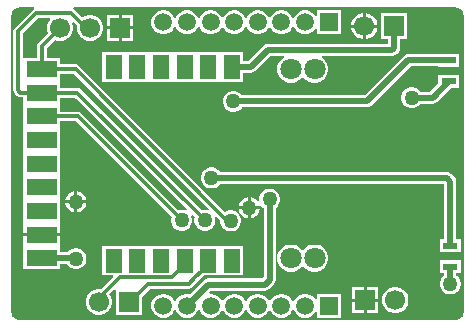
<source format=gtl>
G04*
G04 #@! TF.GenerationSoftware,Altium Limited,Altium Designer,21.4.1 (30)*
G04*
G04 Layer_Physical_Order=1*
G04 Layer_Color=255*
%FSLAX44Y44*%
%MOMM*%
G71*
G04*
G04 #@! TF.SameCoordinates,1B399950-D3B7-4EFA-8D0F-ABCAEF693611*
G04*
G04*
G04 #@! TF.FilePolarity,Positive*
G04*
G01*
G75*
%ADD13C,0.2540*%
%ADD15C,1.8000*%
%ADD16R,1.4000X2.0000*%
%ADD17R,2.6000X1.4000*%
%ADD18R,1.2500X0.6000*%
%ADD27C,0.5000*%
%ADD28C,0.3000*%
%ADD29C,1.7000*%
%ADD30R,1.7000X1.7000*%
%ADD31C,1.5000*%
%ADD32R,1.5000X1.5000*%
%ADD33C,1.2700*%
G36*
X386173Y277165D02*
X387529Y276603D01*
X388750Y275788D01*
X389788Y274750D01*
X390603Y273529D01*
X391165Y272173D01*
X391451Y270734D01*
Y270000D01*
Y20000D01*
Y19266D01*
X391165Y17827D01*
X390603Y16471D01*
X389788Y15250D01*
X388750Y14212D01*
X387529Y13397D01*
X386173Y12835D01*
X384734Y12549D01*
X384000Y12549D01*
X15266D01*
X13827Y12835D01*
X12471Y13397D01*
X11250Y14212D01*
X10212Y15250D01*
X9397Y16471D01*
X8835Y17827D01*
X8549Y19266D01*
X8549Y20000D01*
Y270000D01*
Y270734D01*
X8835Y272173D01*
X9397Y273529D01*
X10212Y274750D01*
X11250Y275788D01*
X12471Y276603D01*
X13827Y277165D01*
X15266Y277451D01*
X27677D01*
X27958Y276181D01*
X26897Y275473D01*
X11587Y260163D01*
X10694Y258826D01*
X10381Y257250D01*
Y207007D01*
X10694Y205431D01*
X11587Y204095D01*
X13345Y202337D01*
X14681Y201444D01*
X16257Y201131D01*
X18730D01*
Y195830D01*
X18730Y195480D01*
Y194560D01*
X18730Y194210D01*
Y175830D01*
X18730Y175480D01*
Y174560D01*
X18730Y174210D01*
Y155830D01*
X18730Y155480D01*
Y154560D01*
X18730Y154210D01*
Y135830D01*
X18730Y135480D01*
Y134560D01*
X18730Y134210D01*
Y115830D01*
X18730Y115480D01*
Y114560D01*
X18730Y114210D01*
Y95830D01*
X18730Y95480D01*
Y94560D01*
X18730Y94210D01*
Y86290D01*
X49810D01*
Y94210D01*
X49810Y94560D01*
Y95480D01*
X49810Y95830D01*
Y114210D01*
X49810Y114560D01*
Y115480D01*
X49810Y115830D01*
Y134210D01*
X49810Y134560D01*
Y135480D01*
X49810Y135830D01*
Y154210D01*
X49810Y154560D01*
Y155480D01*
X49810Y155830D01*
Y174210D01*
X49810Y174560D01*
Y175480D01*
X49810Y175830D01*
Y180901D01*
X63274D01*
X144260Y99914D01*
X143860Y98420D01*
Y96080D01*
X144466Y93819D01*
X145636Y91791D01*
X147291Y90136D01*
X149319Y88966D01*
X151580Y88360D01*
X153920D01*
X156181Y88966D01*
X158209Y90136D01*
X159864Y91791D01*
X161034Y93819D01*
X161640Y96080D01*
Y98420D01*
X161034Y100681D01*
X160812Y101067D01*
X161828Y101847D01*
X164010Y99664D01*
X163610Y98170D01*
Y95830D01*
X164216Y93569D01*
X165386Y91541D01*
X167041Y89886D01*
X169069Y88716D01*
X171330Y88110D01*
X173670D01*
X175931Y88716D01*
X177959Y89886D01*
X179614Y91541D01*
X180784Y93569D01*
X181390Y95830D01*
Y98170D01*
X180999Y99630D01*
X182138Y100287D01*
X185360Y97065D01*
Y95580D01*
X185966Y93319D01*
X187136Y91291D01*
X188791Y89636D01*
X190819Y88466D01*
X193080Y87860D01*
X195420D01*
X197681Y88466D01*
X199709Y89636D01*
X201364Y91291D01*
X202534Y93319D01*
X203140Y95580D01*
Y97920D01*
X202534Y100181D01*
X201364Y102209D01*
X199709Y103864D01*
X197681Y105034D01*
X195420Y105640D01*
X193080D01*
X190819Y105034D01*
X189692Y104384D01*
X66143Y227933D01*
X64806Y228826D01*
X63230Y229139D01*
X49810D01*
Y234560D01*
X38389D01*
Y242714D01*
X45481Y249806D01*
X45609Y249732D01*
X48417Y248980D01*
X51323D01*
X54131Y249732D01*
X56649Y251186D01*
X58704Y253241D01*
X60158Y255759D01*
X60910Y258567D01*
Y261474D01*
X60250Y263936D01*
X61389Y264594D01*
X64289Y261693D01*
X64230Y261474D01*
Y258567D01*
X64982Y255759D01*
X66436Y253241D01*
X68491Y251186D01*
X71009Y249732D01*
X73817Y248980D01*
X76723D01*
X79531Y249732D01*
X82049Y251186D01*
X84104Y253241D01*
X85558Y255759D01*
X86310Y258567D01*
Y261474D01*
X85558Y264281D01*
X84104Y266799D01*
X82049Y268854D01*
X79531Y270308D01*
X76723Y271060D01*
X73817D01*
X71009Y270308D01*
X68674Y268960D01*
X62161Y275473D01*
X61100Y276181D01*
X61381Y277451D01*
X384734D01*
X386173Y277165D01*
D02*
G37*
G36*
X41505Y267268D02*
X41036Y266799D01*
X39582Y264281D01*
X38830Y261474D01*
Y258567D01*
X39582Y255759D01*
X39656Y255631D01*
X31357Y247333D01*
X30464Y245996D01*
X30151Y244420D01*
Y234560D01*
X18730D01*
X18619Y235784D01*
Y255544D01*
X31516Y268441D01*
X41019D01*
X41505Y267268D01*
D02*
G37*
G36*
X175787Y106638D02*
X175130Y105499D01*
X173670Y105890D01*
X171330D01*
X169836Y105490D01*
X67393Y207933D01*
X66056Y208826D01*
X64480Y209139D01*
X49810D01*
Y214560D01*
X49810D01*
Y215480D01*
X49810D01*
Y220901D01*
X61524D01*
X175787Y106638D01*
D02*
G37*
G36*
X157347Y106328D02*
X156567Y105311D01*
X156181Y105534D01*
X153920Y106140D01*
X151580D01*
X150086Y105740D01*
X67893Y187933D01*
X66556Y188826D01*
X64980Y189139D01*
X49810D01*
Y194210D01*
X49810Y194560D01*
Y195480D01*
X49810Y195830D01*
Y200901D01*
X62774D01*
X157347Y106328D01*
D02*
G37*
%LPC*%
G36*
X287290Y274790D02*
X267210D01*
Y270119D01*
X265940Y269778D01*
X265284Y270915D01*
X263415Y272784D01*
X261125Y274106D01*
X258572Y274790D01*
X255928D01*
X253375Y274106D01*
X251085Y272784D01*
X249216Y270915D01*
X247912Y268657D01*
X247636Y268591D01*
X246864D01*
X246588Y268657D01*
X245284Y270915D01*
X243415Y272784D01*
X241125Y274106D01*
X238572Y274790D01*
X235928D01*
X233375Y274106D01*
X231085Y272784D01*
X229216Y270915D01*
X227912Y268657D01*
X227637Y268591D01*
X226864D01*
X226588Y268657D01*
X225284Y270915D01*
X223415Y272784D01*
X221125Y274106D01*
X218572Y274790D01*
X215928D01*
X213375Y274106D01*
X211085Y272784D01*
X209216Y270915D01*
X207912Y268657D01*
X207636Y268591D01*
X206864D01*
X206588Y268657D01*
X205284Y270915D01*
X203415Y272784D01*
X201125Y274106D01*
X198572Y274790D01*
X195928D01*
X193375Y274106D01*
X191085Y272784D01*
X189216Y270915D01*
X187912Y268657D01*
X187637Y268591D01*
X186864D01*
X186588Y268657D01*
X185284Y270915D01*
X183415Y272784D01*
X181125Y274106D01*
X178572Y274790D01*
X175928D01*
X173375Y274106D01*
X171085Y272784D01*
X169216Y270915D01*
X167912Y268657D01*
X167636Y268591D01*
X166864D01*
X166588Y268657D01*
X165284Y270915D01*
X163415Y272784D01*
X161125Y274106D01*
X158572Y274790D01*
X155928D01*
X153375Y274106D01*
X151085Y272784D01*
X149216Y270915D01*
X147912Y268657D01*
X147636Y268591D01*
X146864D01*
X146588Y268657D01*
X145284Y270915D01*
X143415Y272784D01*
X141125Y274106D01*
X138572Y274790D01*
X135928D01*
X133375Y274106D01*
X131085Y272784D01*
X129216Y270915D01*
X127894Y268625D01*
X127210Y266072D01*
Y263428D01*
X127894Y260875D01*
X129216Y258585D01*
X131085Y256716D01*
X133375Y255394D01*
X135928Y254710D01*
X138572D01*
X141125Y255394D01*
X143415Y256716D01*
X145284Y258585D01*
X146588Y260844D01*
X146864Y260909D01*
X147636D01*
X147912Y260844D01*
X149216Y258585D01*
X151085Y256716D01*
X153375Y255394D01*
X155928Y254710D01*
X158572D01*
X161125Y255394D01*
X163415Y256716D01*
X165284Y258585D01*
X166588Y260844D01*
X166864Y260909D01*
X167636D01*
X167912Y260844D01*
X169216Y258585D01*
X171085Y256716D01*
X173375Y255394D01*
X175928Y254710D01*
X178572D01*
X181125Y255394D01*
X183415Y256716D01*
X185284Y258585D01*
X186588Y260844D01*
X186864Y260909D01*
X187637D01*
X187912Y260844D01*
X189216Y258585D01*
X191085Y256716D01*
X193375Y255394D01*
X195928Y254710D01*
X198572D01*
X201125Y255394D01*
X203415Y256716D01*
X205284Y258585D01*
X206588Y260844D01*
X206864Y260909D01*
X207636D01*
X207912Y260844D01*
X209216Y258585D01*
X211085Y256716D01*
X213375Y255394D01*
X215928Y254710D01*
X218572D01*
X221125Y255394D01*
X223415Y256716D01*
X225284Y258585D01*
X226588Y260844D01*
X226864Y260909D01*
X227637D01*
X227912Y260844D01*
X229216Y258585D01*
X231085Y256716D01*
X233375Y255394D01*
X235928Y254710D01*
X238572D01*
X241125Y255394D01*
X243415Y256716D01*
X245284Y258585D01*
X246588Y260844D01*
X246864Y260909D01*
X247636D01*
X247912Y260844D01*
X249216Y258585D01*
X251085Y256716D01*
X253375Y255394D01*
X255928Y254710D01*
X258572D01*
X261125Y255394D01*
X263415Y256716D01*
X265284Y258585D01*
X265940Y259722D01*
X267210Y259381D01*
Y254710D01*
X287290D01*
Y274790D01*
D02*
G37*
G36*
X308953Y272540D02*
X308770D01*
Y262770D01*
X318540D01*
Y262953D01*
X317788Y265761D01*
X316334Y268279D01*
X314279Y270334D01*
X311761Y271788D01*
X308953Y272540D01*
D02*
G37*
G36*
X306230D02*
X306047D01*
X303239Y271788D01*
X300721Y270334D01*
X298666Y268279D01*
X297212Y265761D01*
X296460Y262953D01*
Y262770D01*
X306230D01*
Y272540D01*
D02*
G37*
G36*
X111710Y271060D02*
X101940D01*
Y261290D01*
X111710D01*
Y271060D01*
D02*
G37*
G36*
X99400D02*
X89630D01*
Y261290D01*
X99400D01*
Y271060D01*
D02*
G37*
G36*
X318540Y260230D02*
X308770D01*
Y250460D01*
X308953D01*
X311761Y251212D01*
X314279Y252666D01*
X316334Y254721D01*
X317788Y257239D01*
X318540Y260047D01*
Y260230D01*
D02*
G37*
G36*
X306230D02*
X296460D01*
Y260047D01*
X297212Y257239D01*
X298666Y254721D01*
X300721Y252666D01*
X303239Y251212D01*
X306047Y250460D01*
X306230D01*
Y260230D01*
D02*
G37*
G36*
X111710Y258750D02*
X101940D01*
Y248980D01*
X111710D01*
Y258750D01*
D02*
G37*
G36*
X99400D02*
X89630D01*
Y248980D01*
X99400D01*
Y258750D01*
D02*
G37*
G36*
X343940Y272540D02*
X321860D01*
Y250460D01*
X327761D01*
Y246639D01*
X226000D01*
X224034Y246248D01*
X222366Y245134D01*
X209391Y232159D01*
X204810D01*
Y239560D01*
X186080D01*
X185730Y239560D01*
X184810D01*
X184460Y239560D01*
X166080D01*
X165730Y239560D01*
X164810D01*
X164460Y239560D01*
X146080D01*
X145730Y239560D01*
X144810D01*
X144460Y239560D01*
X126080D01*
X125730Y239560D01*
X124810D01*
X124460Y239560D01*
X106080D01*
X105730Y239560D01*
X104810D01*
X104460Y239560D01*
X85730D01*
Y214480D01*
X104460D01*
X104810Y214480D01*
X105730D01*
X106080Y214480D01*
X124460D01*
X124810Y214480D01*
X125730D01*
X126080Y214480D01*
X144460D01*
X144810Y214480D01*
X145730D01*
X146080Y214480D01*
X164460D01*
X164810Y214480D01*
X165730D01*
X166080Y214480D01*
X184460D01*
X184810Y214480D01*
X185730D01*
X186080Y214480D01*
X204810D01*
Y221881D01*
X211520D01*
X213486Y222272D01*
X215154Y223386D01*
X228129Y236361D01*
X239294D01*
X239634Y235091D01*
X238184Y234254D01*
X236036Y232106D01*
X234517Y229474D01*
X233730Y226539D01*
Y223501D01*
X234517Y220566D01*
X236036Y217934D01*
X238184Y215786D01*
X240816Y214266D01*
X243751Y213480D01*
X246789D01*
X249724Y214266D01*
X252356Y215786D01*
X254504Y217934D01*
X254635Y218161D01*
X255905D01*
X256036Y217934D01*
X258184Y215786D01*
X260816Y214266D01*
X263751Y213480D01*
X266789D01*
X269724Y214266D01*
X272356Y215786D01*
X274504Y217934D01*
X276024Y220566D01*
X276810Y223501D01*
Y226539D01*
X276024Y229474D01*
X274504Y232106D01*
X272356Y234254D01*
X270906Y235091D01*
X271246Y236361D01*
X331143D01*
X333109Y236752D01*
X334776Y237866D01*
X336534Y239624D01*
X337648Y241291D01*
X338039Y243257D01*
Y250460D01*
X343940D01*
Y272540D01*
D02*
G37*
G36*
X387790Y238290D02*
X370210D01*
Y237889D01*
X344750D01*
X342784Y237498D01*
X341116Y236384D01*
X307621Y202889D01*
X203799D01*
X203614Y203209D01*
X201959Y204864D01*
X199931Y206034D01*
X197670Y206640D01*
X195330D01*
X193069Y206034D01*
X191041Y204864D01*
X189386Y203209D01*
X188216Y201181D01*
X187610Y198920D01*
Y196580D01*
X188216Y194319D01*
X189386Y192291D01*
X191041Y190636D01*
X193069Y189466D01*
X195330Y188860D01*
X197670D01*
X199931Y189466D01*
X201959Y190636D01*
X203614Y192291D01*
X203799Y192611D01*
X309750D01*
X311716Y193002D01*
X313384Y194116D01*
X346879Y227611D01*
X370210D01*
Y227210D01*
X387790D01*
Y238290D01*
D02*
G37*
G36*
Y220290D02*
X370210D01*
Y213227D01*
X363121Y206139D01*
X354799D01*
X354614Y206459D01*
X352959Y208114D01*
X350931Y209284D01*
X348670Y209890D01*
X346330D01*
X344069Y209284D01*
X342041Y208114D01*
X340386Y206459D01*
X339216Y204431D01*
X338610Y202170D01*
Y199830D01*
X339216Y197569D01*
X340386Y195541D01*
X342041Y193886D01*
X344069Y192716D01*
X346330Y192110D01*
X348670D01*
X350931Y192716D01*
X352959Y193886D01*
X354614Y195541D01*
X354799Y195861D01*
X365250D01*
X367216Y196252D01*
X368884Y197366D01*
X380727Y209210D01*
X387790D01*
Y220290D01*
D02*
G37*
G36*
X64520Y121613D02*
Y114020D01*
X72113D01*
X71534Y116181D01*
X70364Y118209D01*
X68709Y119864D01*
X66681Y121034D01*
X64520Y121613D01*
D02*
G37*
G36*
X61980D02*
X59819Y121034D01*
X57791Y119864D01*
X56136Y118209D01*
X54966Y116181D01*
X54387Y114020D01*
X61980D01*
Y121613D01*
D02*
G37*
G36*
X228420Y123890D02*
X226080D01*
X223819Y123284D01*
X221791Y122114D01*
X220136Y120459D01*
X218966Y118431D01*
X218360Y116170D01*
Y113830D01*
X218480Y113383D01*
X217296Y112892D01*
X217114Y113209D01*
X215459Y114864D01*
X213431Y116034D01*
X211270Y116613D01*
Y109020D01*
X218863D01*
X218770Y109367D01*
X219954Y109858D01*
X220136Y109541D01*
X221791Y107886D01*
X222111Y107702D01*
Y49057D01*
X220943Y47889D01*
X175250D01*
X173284Y47498D01*
X171616Y46384D01*
X159716Y34483D01*
X158572Y34790D01*
X155928D01*
X153375Y34106D01*
X151085Y32784D01*
X149216Y30915D01*
X147912Y28656D01*
X147636Y28591D01*
X146864D01*
X146588Y28656D01*
X145284Y30915D01*
X143415Y32784D01*
X141125Y34106D01*
X138572Y34790D01*
X135928D01*
X133375Y34106D01*
X131085Y32784D01*
X129216Y30915D01*
X127894Y28625D01*
X127210Y26072D01*
Y23428D01*
X127894Y20875D01*
X129216Y18585D01*
X131085Y16716D01*
X133375Y15394D01*
X135928Y14710D01*
X138572D01*
X141125Y15394D01*
X143415Y16716D01*
X145284Y18585D01*
X146588Y20844D01*
X146864Y20909D01*
X147636D01*
X147912Y20844D01*
X149216Y18585D01*
X151085Y16716D01*
X153375Y15394D01*
X155928Y14710D01*
X158572D01*
X161125Y15394D01*
X163415Y16716D01*
X165284Y18585D01*
X166588Y20844D01*
X166864Y20909D01*
X167636D01*
X167912Y20844D01*
X169216Y18585D01*
X171085Y16716D01*
X173375Y15394D01*
X175928Y14710D01*
X178572D01*
X181125Y15394D01*
X183415Y16716D01*
X185284Y18585D01*
X186588Y20844D01*
X186864Y20909D01*
X187637D01*
X187912Y20844D01*
X189216Y18585D01*
X191085Y16716D01*
X193375Y15394D01*
X195928Y14710D01*
X198572D01*
X201125Y15394D01*
X203415Y16716D01*
X205284Y18585D01*
X206588Y20844D01*
X206864Y20909D01*
X207636D01*
X207912Y20844D01*
X209216Y18585D01*
X211085Y16716D01*
X213375Y15394D01*
X215928Y14710D01*
X218572D01*
X221125Y15394D01*
X223415Y16716D01*
X225284Y18585D01*
X226588Y20844D01*
X226864Y20909D01*
X227637D01*
X227912Y20844D01*
X229216Y18585D01*
X231085Y16716D01*
X233375Y15394D01*
X235928Y14710D01*
X238572D01*
X241125Y15394D01*
X243415Y16716D01*
X245284Y18585D01*
X246588Y20844D01*
X246864Y20909D01*
X247636D01*
X247912Y20844D01*
X249216Y18585D01*
X251085Y16716D01*
X253375Y15394D01*
X255928Y14710D01*
X258572D01*
X261125Y15394D01*
X263415Y16716D01*
X265284Y18585D01*
X265940Y19722D01*
X267210Y19381D01*
Y14710D01*
X287290D01*
Y34790D01*
X267210D01*
Y30119D01*
X265940Y29778D01*
X265284Y30915D01*
X263415Y32784D01*
X261125Y34106D01*
X258572Y34790D01*
X255928D01*
X253375Y34106D01*
X251085Y32784D01*
X249216Y30915D01*
X247912Y28656D01*
X247636Y28591D01*
X246864D01*
X246588Y28656D01*
X245284Y30915D01*
X243415Y32784D01*
X241125Y34106D01*
X238572Y34790D01*
X235928D01*
X233375Y34106D01*
X231085Y32784D01*
X229216Y30915D01*
X227912Y28656D01*
X227637Y28591D01*
X226864D01*
X226588Y28656D01*
X225284Y30915D01*
X223415Y32784D01*
X221125Y34106D01*
X218572Y34790D01*
X215928D01*
X213375Y34106D01*
X211085Y32784D01*
X209216Y30915D01*
X207912Y28656D01*
X207636Y28591D01*
X206864D01*
X206588Y28656D01*
X205284Y30915D01*
X203415Y32784D01*
X201125Y34106D01*
X198572Y34790D01*
X195928D01*
X193375Y34106D01*
X191085Y32784D01*
X189216Y30915D01*
X187912Y28656D01*
X187637Y28591D01*
X186864D01*
X186588Y28656D01*
X185284Y30915D01*
X183415Y32784D01*
X181125Y34106D01*
X178572Y34790D01*
X176353D01*
X175756Y35989D01*
X177379Y37611D01*
X223071D01*
X225038Y38003D01*
X226705Y39116D01*
X230884Y43295D01*
X231998Y44963D01*
X232389Y46929D01*
Y107702D01*
X232709Y107886D01*
X234364Y109541D01*
X235534Y111569D01*
X236140Y113830D01*
Y116170D01*
X235534Y118431D01*
X234364Y120459D01*
X232709Y122114D01*
X230681Y123284D01*
X228420Y123890D01*
D02*
G37*
G36*
X208730Y116613D02*
X206569Y116034D01*
X204541Y114864D01*
X202886Y113209D01*
X201716Y111181D01*
X201137Y109020D01*
X208730D01*
Y116613D01*
D02*
G37*
G36*
X72113Y111480D02*
X64520D01*
Y103887D01*
X66681Y104466D01*
X68709Y105636D01*
X70364Y107291D01*
X71534Y109319D01*
X72113Y111480D01*
D02*
G37*
G36*
X61980D02*
X54387D01*
X54966Y109319D01*
X56136Y107291D01*
X57791Y105636D01*
X59819Y104466D01*
X61980Y103887D01*
Y111480D01*
D02*
G37*
G36*
X218863Y106480D02*
X211270D01*
Y98887D01*
X213431Y99466D01*
X215459Y100636D01*
X217114Y102291D01*
X218284Y104319D01*
X218863Y106480D01*
D02*
G37*
G36*
X208730D02*
X201137D01*
X201716Y104319D01*
X202886Y102291D01*
X204541Y100636D01*
X206569Y99466D01*
X208730Y98887D01*
Y106480D01*
D02*
G37*
G36*
X165730Y75560D02*
X164810D01*
Y75560D01*
X146080D01*
X145730Y75560D01*
Y75560D01*
X144810D01*
Y75560D01*
X125730D01*
Y75560D01*
X124810D01*
Y75560D01*
X105730D01*
Y75560D01*
X104810D01*
Y75560D01*
X85730D01*
Y50480D01*
X94245D01*
X94731Y49307D01*
X84378Y38953D01*
X84053Y39040D01*
X81147D01*
X78339Y38288D01*
X75821Y36834D01*
X73766Y34779D01*
X72312Y32261D01*
X71560Y29453D01*
Y26547D01*
X72312Y23739D01*
X73766Y21221D01*
X75821Y19166D01*
X78339Y17712D01*
X81147Y16960D01*
X84053D01*
X86861Y17712D01*
X89379Y19166D01*
X91434Y21221D01*
X92888Y23739D01*
X93640Y26547D01*
Y29453D01*
X92888Y32261D01*
X91588Y34513D01*
X95690Y38615D01*
X96960Y38089D01*
Y16960D01*
X119040D01*
Y32215D01*
X126146Y39321D01*
X158953D01*
X160529Y39634D01*
X161865Y40527D01*
X167405Y46067D01*
X167405Y46068D01*
X171818Y50480D01*
X184460D01*
X184810Y50480D01*
X185730D01*
X186080Y50480D01*
X204810D01*
Y75560D01*
X186080D01*
X185730Y75560D01*
X184810D01*
X184460Y75560D01*
X166080D01*
X165730Y75560D01*
Y75560D01*
D02*
G37*
G36*
X266789Y76560D02*
X263751D01*
X260816Y75774D01*
X258184Y74254D01*
X256036Y72106D01*
X255905Y71879D01*
X254635D01*
X254504Y72106D01*
X252356Y74254D01*
X249724Y75774D01*
X246789Y76560D01*
X243751D01*
X240816Y75774D01*
X238184Y74254D01*
X236036Y72106D01*
X234517Y69474D01*
X233730Y66539D01*
Y63501D01*
X234517Y60566D01*
X236036Y57934D01*
X238184Y55786D01*
X240816Y54267D01*
X243751Y53480D01*
X246789D01*
X249724Y54267D01*
X252356Y55786D01*
X254504Y57934D01*
X254635Y58161D01*
X255905D01*
X256036Y57934D01*
X258184Y55786D01*
X260816Y54267D01*
X263751Y53480D01*
X266789D01*
X269724Y54267D01*
X272356Y55786D01*
X274504Y57934D01*
X276024Y60566D01*
X276810Y63501D01*
Y66539D01*
X276024Y69474D01*
X274504Y72106D01*
X272356Y74254D01*
X269724Y75774D01*
X266789Y76560D01*
D02*
G37*
G36*
X179170Y141890D02*
X176830D01*
X174569Y141284D01*
X172541Y140114D01*
X170886Y138459D01*
X169716Y136431D01*
X169110Y134170D01*
Y131830D01*
X169716Y129569D01*
X170886Y127541D01*
X172541Y125886D01*
X174569Y124716D01*
X176830Y124110D01*
X179170D01*
X181431Y124716D01*
X183459Y125886D01*
X185114Y127541D01*
X185299Y127861D01*
X374943D01*
X375111Y127693D01*
Y81290D01*
X371460D01*
Y70210D01*
X389040D01*
Y81290D01*
X385389D01*
Y129821D01*
X384998Y131788D01*
X383884Y133455D01*
X380705Y136634D01*
X379038Y137748D01*
X377071Y138139D01*
X185299D01*
X185114Y138459D01*
X183459Y140114D01*
X181431Y141284D01*
X179170Y141890D01*
D02*
G37*
G36*
X49810Y83750D02*
X18730D01*
Y75830D01*
X18730Y75480D01*
Y74560D01*
X18730Y74210D01*
Y55480D01*
X49810D01*
Y59881D01*
X55796D01*
X56136Y59291D01*
X57791Y57636D01*
X59819Y56466D01*
X62080Y55860D01*
X64420D01*
X66681Y56466D01*
X68709Y57636D01*
X70364Y59291D01*
X71534Y61319D01*
X72140Y63580D01*
Y65920D01*
X71534Y68181D01*
X70364Y70209D01*
X68709Y71864D01*
X66681Y73034D01*
X64420Y73640D01*
X62080D01*
X59819Y73034D01*
X57791Y71864D01*
X56136Y70209D01*
X56107Y70159D01*
X49810D01*
Y74210D01*
X49810Y74560D01*
Y75480D01*
X49810Y75830D01*
Y83750D01*
D02*
G37*
G36*
X389040Y63290D02*
X371460D01*
Y52210D01*
X375111D01*
Y50549D01*
X374791Y50364D01*
X373136Y48709D01*
X371966Y46681D01*
X371360Y44420D01*
Y42080D01*
X371966Y39819D01*
X373136Y37791D01*
X374791Y36136D01*
X376819Y34966D01*
X379080Y34360D01*
X381420D01*
X383681Y34966D01*
X385709Y36136D01*
X387364Y37791D01*
X388534Y39819D01*
X389140Y42080D01*
Y44420D01*
X388534Y46681D01*
X387364Y48709D01*
X385709Y50364D01*
X385389Y50548D01*
Y52210D01*
X389040D01*
Y63290D01*
D02*
G37*
G36*
X319390Y40540D02*
X309620D01*
Y30770D01*
X319390D01*
Y40540D01*
D02*
G37*
G36*
X307080D02*
X297310D01*
Y30770D01*
X307080D01*
Y40540D01*
D02*
G37*
G36*
X335204D02*
X332297D01*
X329489Y39788D01*
X326971Y38334D01*
X324916Y36279D01*
X323462Y33761D01*
X322710Y30954D01*
Y28047D01*
X323462Y25239D01*
X324916Y22721D01*
X326971Y20666D01*
X329489Y19212D01*
X332297Y18460D01*
X335204D01*
X338011Y19212D01*
X340529Y20666D01*
X342584Y22721D01*
X344038Y25239D01*
X344790Y28047D01*
Y30954D01*
X344038Y33761D01*
X342584Y36279D01*
X340529Y38334D01*
X338011Y39788D01*
X335204Y40540D01*
D02*
G37*
G36*
X319390Y28230D02*
X309620D01*
Y18460D01*
X319390D01*
Y28230D01*
D02*
G37*
G36*
X307080D02*
X297310D01*
Y18460D01*
X307080D01*
Y28230D01*
D02*
G37*
%LPD*%
D13*
X34270Y85020D02*
X34750Y85500D01*
D15*
X245270Y225020D02*
D03*
X265270D02*
D03*
X245270Y65020D02*
D03*
X265270D02*
D03*
D16*
X95270Y227020D02*
D03*
X195270D02*
D03*
X175270D02*
D03*
X155270D02*
D03*
X135270D02*
D03*
X115270D02*
D03*
X95270Y63020D02*
D03*
X195270D02*
D03*
X175270D02*
D03*
X155270D02*
D03*
X135270D02*
D03*
X115270D02*
D03*
D17*
X34270Y225020D02*
D03*
Y205020D02*
D03*
Y185020D02*
D03*
Y165020D02*
D03*
Y125020D02*
D03*
Y105020D02*
D03*
Y85020D02*
D03*
Y65020D02*
D03*
Y145020D02*
D03*
D18*
X379000Y232750D02*
D03*
Y214750D02*
D03*
X380250Y75750D02*
D03*
Y57750D02*
D03*
D27*
X196500Y197750D02*
X309750D01*
X344750Y232750D02*
X379000D01*
X309750Y197750D02*
X344750Y232750D01*
X347500Y201000D02*
X365250D01*
X379000Y214750D01*
X380250Y43250D02*
X380250Y43250D01*
Y57750D01*
X62980Y65020D02*
X63250Y64750D01*
X34270Y65020D02*
X62980D01*
X178000Y133000D02*
X377071D01*
X380250Y129821D01*
Y75750D02*
Y129821D01*
X223071Y42750D02*
X227250Y46929D01*
Y115000D01*
X175250Y42750D02*
X223071D01*
X157250Y24750D02*
X175250Y42750D01*
X332900Y243257D02*
Y261500D01*
X331143Y241500D02*
X332900Y243257D01*
X226000Y241500D02*
X331143D01*
X211520Y227020D02*
X226000Y241500D01*
X195270Y227020D02*
X211520D01*
D28*
X191500Y96750D02*
X194250D01*
X124440Y43440D02*
X158953D01*
X164493Y48980D01*
X164493D01*
X169770Y54257D01*
X116000Y35000D02*
X124440Y43440D01*
X169770Y57520D02*
X175270Y63020D01*
X100230Y48980D02*
X144230D01*
X155270Y60020D01*
X169770Y54257D02*
Y57520D01*
X82600Y31350D02*
X100230Y48980D01*
X155270Y60020D02*
Y63020D01*
X29810Y272560D02*
X59248D01*
X14500Y207007D02*
Y257250D01*
X29810Y272560D01*
X16257Y205250D02*
X34040D01*
X14500Y207007D02*
X16257Y205250D01*
X34040D02*
X34270Y205020D01*
X71788Y260020D02*
X75270D01*
X59248Y272560D02*
X71788Y260020D01*
X217250Y24750D02*
X217500Y25000D01*
X63230Y225020D02*
X191500Y96750D01*
X34270Y225020D02*
X63230D01*
X64480Y205020D02*
X172500Y97000D01*
X34270Y205020D02*
X64480D01*
X64980Y185020D02*
X152750Y97250D01*
X34270Y185020D02*
X64980D01*
X115000Y35000D02*
X116000D01*
X108000Y28000D02*
X115000Y35000D01*
X82600Y28000D02*
Y31350D01*
X34270Y244420D02*
X49870Y260020D01*
X34270Y225020D02*
Y244420D01*
D29*
X333750Y29500D02*
D03*
X75270Y260020D02*
D03*
X49870D02*
D03*
X82600Y28000D02*
D03*
X307500Y261500D02*
D03*
D30*
X308350Y29500D02*
D03*
X100670Y260020D02*
D03*
X108000Y28000D02*
D03*
X332900Y261500D02*
D03*
D31*
X137250Y24750D02*
D03*
X157250D02*
D03*
X177250D02*
D03*
X257250D02*
D03*
X237250D02*
D03*
X217250D02*
D03*
X197250D02*
D03*
X137250Y264750D02*
D03*
X157250D02*
D03*
X177250D02*
D03*
X257250D02*
D03*
X237250D02*
D03*
X217250D02*
D03*
X197250D02*
D03*
D32*
X277250Y24750D02*
D03*
Y264750D02*
D03*
D33*
X347500Y201000D02*
D03*
X380250Y43250D02*
D03*
X63250Y112750D02*
D03*
Y64750D02*
D03*
X210000Y107750D02*
D03*
X178000Y133000D02*
D03*
X196500Y197750D02*
D03*
X227250Y115000D02*
D03*
X194250Y96750D02*
D03*
X172500Y97000D02*
D03*
X152750Y97250D02*
D03*
M02*

</source>
